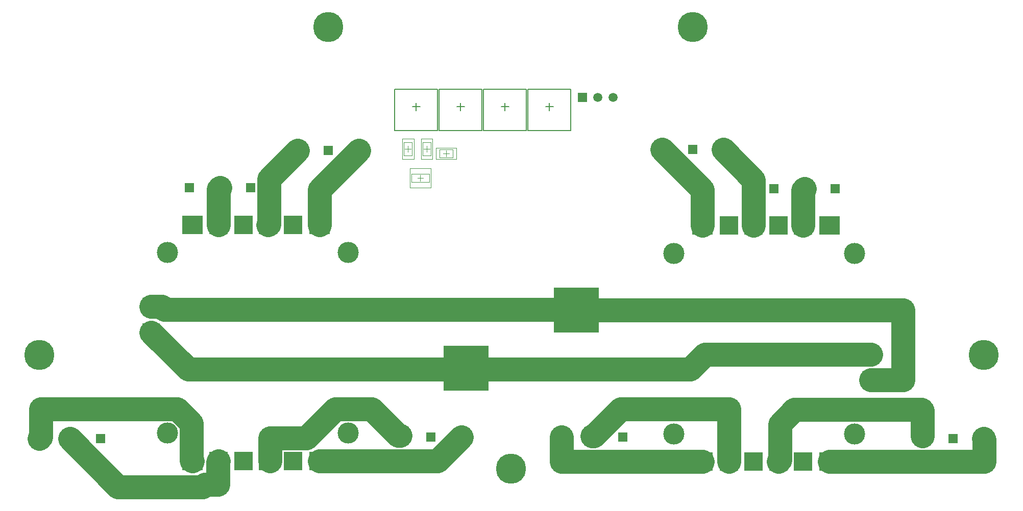
<source format=gbl>
G04*
G04 #@! TF.GenerationSoftware,Altium Limited,Altium Designer,18.1.9 (240)*
G04*
G04 Layer_Physical_Order=2*
G04 Layer_Color=16711680*
%FSLAX43Y43*%
%MOMM*%
G71*
G01*
G75*
%ADD11C,0.200*%
%ADD18C,0.100*%
%ADD19C,0.050*%
%ADD40C,4.000*%
%ADD41R,7.500X7.500*%
%ADD42R,1.500X1.500*%
%ADD43C,1.500*%
%ADD44R,1.524X1.524*%
%ADD45C,3.508*%
%ADD46R,3.000X3.000*%
%ADD47R,3.500X3.100*%
%ADD48R,3.100X3.100*%
%ADD49C,5.000*%
D11*
X100828Y142264D02*
Y149122D01*
X107940D01*
Y142264D02*
Y149122D01*
X100828Y142264D02*
X107940D01*
X103749Y146201D02*
X105019D01*
X104384Y145566D02*
Y146836D01*
X93462Y142264D02*
Y149122D01*
X100574D01*
Y142264D02*
Y149122D01*
X93462Y142264D02*
X100574D01*
X96383Y146201D02*
X97653D01*
X97018Y145566D02*
Y146836D01*
X86116Y142264D02*
Y149122D01*
X93228D01*
Y142264D02*
Y149122D01*
X86116Y142264D02*
X93228D01*
X89037Y146201D02*
X90307D01*
X89672Y145566D02*
Y146836D01*
X78750Y142264D02*
Y149122D01*
X85862D01*
Y142264D02*
Y149122D01*
X78750Y142264D02*
X85862D01*
X81671Y146201D02*
X82941D01*
X82306Y145566D02*
Y146836D01*
D18*
X81492Y135070D02*
X84492D01*
X81492Y133670D02*
X84492D01*
Y135070D01*
X81492Y133670D02*
Y135070D01*
X80269Y140292D02*
X81619D01*
X80269Y138092D02*
X81619D01*
Y140292D01*
X80269Y138092D02*
Y140292D01*
X83399Y140292D02*
X84749D01*
X83399Y138092D02*
X84749D01*
Y140292D01*
X83399Y138092D02*
Y140292D01*
X86149Y137755D02*
Y139105D01*
X88349Y137755D02*
Y139105D01*
X86149D02*
X88349D01*
X86149Y137755D02*
X88349D01*
X82992Y133870D02*
Y134870D01*
X82492Y134370D02*
X83492D01*
X80944Y138692D02*
Y139692D01*
X80444Y139192D02*
X81444D01*
X84074Y138692D02*
Y139692D01*
X83574Y139192D02*
X84574D01*
X86749Y138430D02*
X87749D01*
X87249Y137930D02*
Y138930D01*
D19*
X81242Y135970D02*
X84742D01*
X81242Y132770D02*
X84742D01*
Y135970D01*
X81242Y132770D02*
Y135970D01*
X79994Y140892D02*
X81894D01*
X79994Y137492D02*
X81894D01*
Y140892D01*
X79994Y137492D02*
Y140892D01*
X83124Y140892D02*
X85024D01*
X83124Y137492D02*
X85024D01*
Y140892D01*
X83124Y137492D02*
Y140892D01*
X85549Y137480D02*
Y139380D01*
X88949Y137480D02*
Y139380D01*
X85549D02*
X88949D01*
X85549Y137480D02*
X88949D01*
D40*
X130221Y105075D02*
X157700D01*
X90551Y102743D02*
X90678Y102616D01*
X127762D01*
X90424D02*
X90551Y102743D01*
X44484Y102616D02*
X90424D01*
X40562Y112554D02*
X108839D01*
X38300Y113000D02*
X40116D01*
X40562Y112554D01*
X108839Y112395D02*
Y112554D01*
X106426Y87271D02*
X129750D01*
X108839Y112395D02*
X163068D01*
X157700Y100821D02*
X163085D01*
X163068Y100838D02*
X163085Y100821D01*
X163068Y100838D02*
Y112395D01*
X127762Y102616D02*
X130221Y105075D01*
X38300Y108746D02*
X38354D01*
X44484Y102616D01*
X145036Y95885D02*
X166116D01*
X123063Y139065D02*
X129750Y132378D01*
Y126471D02*
Y132378D01*
X133223Y139065D02*
X138250Y134038D01*
Y126471D02*
Y134038D01*
X146450Y132353D02*
X146685Y132588D01*
X146450Y126471D02*
Y132353D01*
X166243Y91525D02*
Y95758D01*
X166116Y95885D02*
X166243Y95758D01*
X142646Y93495D02*
X145036Y95885D01*
X142646Y87567D02*
Y93495D01*
X142350Y87271D02*
X142646Y87567D01*
X150850Y87271D02*
X176530D01*
X176403Y91059D02*
X176530Y90932D01*
Y87271D02*
Y90932D01*
X111506Y91525D02*
X111718D01*
X116243Y96050D01*
X134150D01*
Y87271D02*
Y96050D01*
X106426Y87271D02*
Y91313D01*
X49404Y87204D02*
X49550Y87350D01*
X49404Y85588D02*
Y87204D01*
X49403Y85587D02*
X49404Y85588D01*
X49403Y83439D02*
Y85587D01*
X45008Y87492D02*
Y93660D01*
Y87492D02*
X45150Y87350D01*
X47255Y83439D02*
X49403D01*
X46912Y83096D02*
X47255Y83439D01*
X32855Y83096D02*
X46912D01*
X24892Y91059D02*
X32855Y83096D01*
X19812Y91059D02*
X20070Y91317D01*
Y96008D01*
X42660D01*
X45008Y93660D01*
X79338Y91604D02*
X79629D01*
X58046Y87350D02*
Y91154D01*
X74934Y96008D02*
X79338Y91604D01*
X68892Y96008D02*
X74934D01*
X64038Y91154D02*
X68892Y96008D01*
X58046Y91154D02*
X64038D01*
X85826Y87350D02*
X89789Y91313D01*
X66250Y87350D02*
X85826D01*
X49550Y132481D02*
X49784Y132715D01*
X49550Y126550D02*
Y132481D01*
X57880Y134207D02*
X62611Y138938D01*
X57880Y126680D02*
Y134207D01*
X57750Y126550D02*
X57880Y126680D01*
X66250Y132417D02*
X72771Y138938D01*
X66250Y126550D02*
Y132417D01*
D41*
X90551Y102743D02*
D03*
X108839Y112395D02*
D03*
D42*
X109855Y147701D02*
D03*
D43*
X112395D02*
D03*
X114935D02*
D03*
D44*
X123063Y139065D02*
D03*
X128143D02*
D03*
X133223D02*
D03*
X62611Y138938D02*
D03*
X67691D02*
D03*
X72771D02*
D03*
X176403Y91059D02*
D03*
X171323D02*
D03*
X166243D02*
D03*
X19812D02*
D03*
X24892D02*
D03*
X29972D02*
D03*
X79629Y91313D02*
D03*
X84709D02*
D03*
X89789D02*
D03*
X106426D02*
D03*
X111506D02*
D03*
X116586D02*
D03*
X54864Y132715D02*
D03*
X49784D02*
D03*
X44704D02*
D03*
X151765Y132588D02*
D03*
X146685D02*
D03*
X141605D02*
D03*
D45*
X155000Y91821D02*
D03*
Y121821D02*
D03*
X125000Y91821D02*
D03*
Y121821D02*
D03*
X41000Y122000D02*
D03*
Y92000D02*
D03*
X71000Y122000D02*
D03*
Y92000D02*
D03*
D46*
X157700Y100821D02*
D03*
Y105021D02*
D03*
X38300Y113000D02*
D03*
Y108800D02*
D03*
D47*
X150850Y87271D02*
D03*
X129750D02*
D03*
X150850Y126471D02*
D03*
X129750D02*
D03*
X45150Y126550D02*
D03*
X66250D02*
D03*
X45150Y87350D02*
D03*
X66250D02*
D03*
D48*
X146450Y87271D02*
D03*
X138250D02*
D03*
X142350D02*
D03*
X134150D02*
D03*
X146450Y126471D02*
D03*
X142350D02*
D03*
X134150D02*
D03*
X138250D02*
D03*
X49550Y126550D02*
D03*
X57750D02*
D03*
X53650D02*
D03*
X61850D02*
D03*
X49550Y87350D02*
D03*
X53650D02*
D03*
X61850D02*
D03*
X57750D02*
D03*
D49*
X19812Y105021D02*
D03*
X67691Y159385D02*
D03*
X176403Y105021D02*
D03*
X98044Y86106D02*
D03*
X128143Y159385D02*
D03*
M02*

</source>
